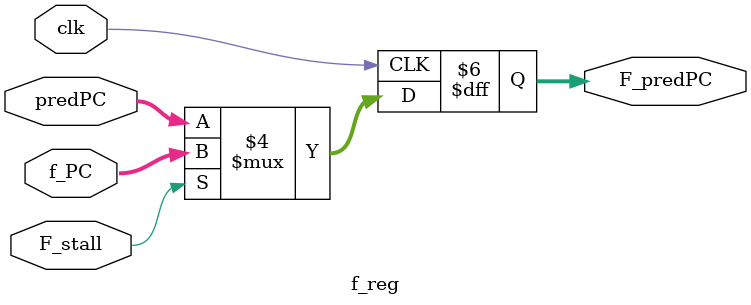
<source format=v>
module f_reg(clk,F_stall,f_PC,predPC,F_predPC);
input clk;
input F_stall;
input[63:0]predPC,f_PC;
output reg [63:0]F_predPC;
always@(posedge clk)begin
  if(F_stall==1)begin
    F_predPC =f_PC;
  end
  else begin
    F_predPC = predPC;
  end
end
endmodule
</source>
